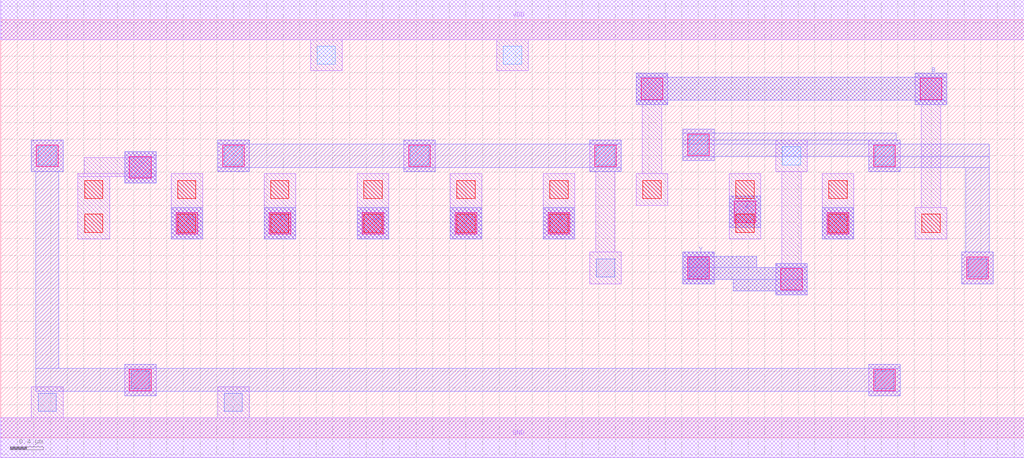
<source format=lef>
MACRO AOOAAOI2124
 CLASS CORE ;
 FOREIGN AOOAAOI2124 0 0 ;
 SIZE 12.32 BY 5.04 ;
 ORIGIN 0 0 ;
 SYMMETRY X Y R90 ;
 SITE unit ;
  PIN VDD
   DIRECTION INOUT ;
   USE POWER ;
   SHAPE ABUTMENT ;
    PORT
     CLASS CORE ;
       LAYER met1 ;
        RECT 0.00000000 4.80000000 12.32000000 5.28000000 ;
    END
  END VDD

  PIN GND
   DIRECTION INOUT ;
   USE POWER ;
   SHAPE ABUTMENT ;
    PORT
     CLASS CORE ;
       LAYER met1 ;
        RECT 0.00000000 -0.24000000 12.32000000 0.24000000 ;
    END
  END GND

  PIN Y
   DIRECTION INOUT ;
   USE SIGNAL ;
   SHAPE ABUTMENT ;
    PORT
     CLASS CORE ;
       LAYER met2 ;
        RECT 9.33000000 1.72200000 9.71000000 1.77200000 ;
        RECT 8.21000000 1.85700000 8.59000000 1.90700000 ;
        RECT 8.82000000 1.77200000 9.71000000 1.90700000 ;
        RECT 8.21000000 1.90700000 9.71000000 2.05200000 ;
        RECT 9.33000000 2.05200000 9.71000000 2.10200000 ;
        RECT 8.21000000 2.05200000 9.10000000 2.18700000 ;
        RECT 8.21000000 2.18700000 8.59000000 2.23700000 ;
    END
  END Y

  PIN A1
   DIRECTION INOUT ;
   USE SIGNAL ;
   SHAPE ABUTMENT ;
    PORT
     CLASS CORE ;
       LAYER met2 ;
        RECT 9.89000000 2.39700000 10.27000000 2.77700000 ;
    END
  END A1

  PIN D3
   DIRECTION INOUT ;
   USE SIGNAL ;
   SHAPE ABUTMENT ;
    PORT
     CLASS CORE ;
       LAYER met2 ;
        RECT 3.17000000 2.39700000 3.55000000 2.77700000 ;
    END
  END D3

  PIN A
   DIRECTION INOUT ;
   USE SIGNAL ;
   SHAPE ABUTMENT ;
    PORT
     CLASS CORE ;
       LAYER met2 ;
        RECT 8.77000000 2.53200000 9.15000000 2.91200000 ;
    END
  END A

  PIN D1
   DIRECTION INOUT ;
   USE SIGNAL ;
   SHAPE ABUTMENT ;
    PORT
     CLASS CORE ;
       LAYER met2 ;
        RECT 5.41000000 2.39700000 5.79000000 2.77700000 ;
    END
  END D1

  PIN D2
   DIRECTION INOUT ;
   USE SIGNAL ;
   SHAPE ABUTMENT ;
    PORT
     CLASS CORE ;
       LAYER met2 ;
        RECT 4.29000000 2.39700000 4.67000000 2.77700000 ;
    END
  END D2

  PIN C
   DIRECTION INOUT ;
   USE SIGNAL ;
   SHAPE ABUTMENT ;
    PORT
     CLASS CORE ;
       LAYER met2 ;
        RECT 1.49000000 3.07200000 1.87000000 3.45200000 ;
    END
  END C

  PIN C1
   DIRECTION INOUT ;
   USE SIGNAL ;
   SHAPE ABUTMENT ;
    PORT
     CLASS CORE ;
       LAYER met2 ;
        RECT 2.05000000 2.39700000 2.43000000 2.77700000 ;
    END
  END C1

  PIN D
   DIRECTION INOUT ;
   USE SIGNAL ;
   SHAPE ABUTMENT ;
    PORT
     CLASS CORE ;
       LAYER met2 ;
        RECT 6.53000000 2.39700000 6.91000000 2.77700000 ;
    END
  END D

  PIN B
   DIRECTION INOUT ;
   USE SIGNAL ;
   SHAPE ABUTMENT ;
    PORT
     CLASS CORE ;
       LAYER met2 ;
        RECT 7.65000000 4.01700000 8.03000000 4.06700000 ;
        RECT 11.01000000 4.01700000 11.39000000 4.06700000 ;
        RECT 7.65000000 4.06700000 11.39000000 4.34700000 ;
        RECT 7.65000000 4.34700000 8.03000000 4.39700000 ;
        RECT 11.01000000 4.34700000 11.39000000 4.39700000 ;
    END
  END B

 OBS
    LAYER polycont ;
     RECT 1.01000000 2.47700000 1.23000000 2.69700000 ;
     RECT 2.13000000 2.47700000 2.35000000 2.69700000 ;
     RECT 3.25000000 2.47700000 3.47000000 2.69700000 ;
     RECT 4.37000000 2.47700000 4.59000000 2.69700000 ;
     RECT 5.49000000 2.47700000 5.71000000 2.69700000 ;
     RECT 6.61000000 2.47700000 6.83000000 2.69700000 ;
     RECT 8.85000000 2.47700000 9.07000000 2.69700000 ;
     RECT 9.97000000 2.47700000 10.19000000 2.69700000 ;
     RECT 11.09000000 2.47700000 11.31000000 2.69700000 ;
     RECT 1.01000000 2.88200000 1.23000000 3.10200000 ;
     RECT 2.13000000 2.88200000 2.35000000 3.10200000 ;
     RECT 3.25000000 2.88200000 3.47000000 3.10200000 ;
     RECT 4.37000000 2.88200000 4.59000000 3.10200000 ;
     RECT 5.49000000 2.88200000 5.71000000 3.10200000 ;
     RECT 6.61000000 2.88200000 6.83000000 3.10200000 ;
     RECT 7.73000000 2.88200000 7.95000000 3.10200000 ;
     RECT 8.85000000 2.88200000 9.07000000 3.10200000 ;
     RECT 9.97000000 2.88200000 10.19000000 3.10200000 ;

    LAYER pdiffc ;
     RECT 0.45000000 3.28700000 0.67000000 3.50700000 ;
     RECT 2.69000000 3.28700000 2.91000000 3.50700000 ;
     RECT 4.93000000 3.28700000 5.15000000 3.50700000 ;
     RECT 7.17000000 3.28700000 7.39000000 3.50700000 ;
     RECT 9.41000000 3.28700000 9.63000000 3.50700000 ;
     RECT 10.53000000 3.28700000 10.75000000 3.50700000 ;
     RECT 8.29000000 3.42200000 8.51000000 3.64200000 ;
     RECT 3.81000000 4.50200000 4.03000000 4.72200000 ;
     RECT 6.05000000 4.50200000 6.27000000 4.72200000 ;

    LAYER ndiffc ;
     RECT 0.45000000 0.31700000 0.67000000 0.53700000 ;
     RECT 2.69000000 0.31700000 2.91000000 0.53700000 ;
     RECT 1.57000000 0.58700000 1.79000000 0.80700000 ;
     RECT 10.53000000 0.58700000 10.75000000 0.80700000 ;
     RECT 7.17000000 1.93700000 7.39000000 2.15700000 ;
     RECT 8.29000000 1.93700000 8.51000000 2.15700000 ;
     RECT 11.65000000 1.93700000 11.87000000 2.15700000 ;

    LAYER met1 ;
     RECT 0.00000000 -0.24000000 12.32000000 0.24000000 ;
     RECT 0.37000000 0.24000000 0.75000000 0.61700000 ;
     RECT 2.61000000 0.24000000 2.99000000 0.61700000 ;
     RECT 1.49000000 0.50700000 1.87000000 0.88700000 ;
     RECT 10.45000000 0.50700000 10.83000000 0.88700000 ;
     RECT 8.21000000 1.85700000 8.59000000 2.23700000 ;
     RECT 11.57000000 1.85700000 11.95000000 2.23700000 ;
     RECT 2.05000000 2.39700000 2.43000000 3.18200000 ;
     RECT 3.17000000 2.39700000 3.55000000 3.18200000 ;
     RECT 4.29000000 2.39700000 4.67000000 3.18200000 ;
     RECT 5.41000000 2.39700000 5.79000000 3.18200000 ;
     RECT 6.53000000 2.39700000 6.91000000 3.18200000 ;
     RECT 8.77000000 2.39700000 9.15000000 3.18200000 ;
     RECT 9.89000000 2.39700000 10.27000000 3.18200000 ;
     RECT 0.93000000 2.39700000 1.31000000 3.14700000 ;
     RECT 1.49000000 3.07200000 1.87000000 3.14700000 ;
     RECT 0.93000000 3.14700000 1.87000000 3.18200000 ;
     RECT 1.00500000 3.18200000 1.87000000 3.37700000 ;
     RECT 1.49000000 3.37700000 1.87000000 3.45200000 ;
     RECT 0.37000000 3.20700000 0.75000000 3.58700000 ;
     RECT 2.61000000 3.20700000 2.99000000 3.58700000 ;
     RECT 4.85000000 3.20700000 5.23000000 3.58700000 ;
     RECT 7.09000000 1.85700000 7.47000000 2.23700000 ;
     RECT 7.16500000 2.23700000 7.39500000 3.20700000 ;
     RECT 7.09000000 3.20700000 7.47000000 3.58700000 ;
     RECT 9.33000000 1.72200000 9.71000000 2.10200000 ;
     RECT 9.40500000 2.10200000 9.63500000 3.20700000 ;
     RECT 9.33000000 3.20700000 9.71000000 3.58700000 ;
     RECT 10.45000000 3.20700000 10.83000000 3.58700000 ;
     RECT 8.21000000 3.34200000 8.59000000 3.72200000 ;
     RECT 7.65000000 2.80200000 8.03000000 3.18200000 ;
     RECT 7.72500000 3.18200000 7.95500000 4.01700000 ;
     RECT 7.65000000 4.01700000 8.03000000 4.39700000 ;
     RECT 11.01000000 2.39700000 11.39000000 2.77700000 ;
     RECT 11.08500000 2.77700000 11.31500000 4.01700000 ;
     RECT 11.01000000 4.01700000 11.39000000 4.39700000 ;
     RECT 3.73000000 4.42200000 4.11000000 4.80000000 ;
     RECT 5.97000000 4.42200000 6.35000000 4.80000000 ;
     RECT 0.00000000 4.80000000 12.32000000 5.28000000 ;

    LAYER via1 ;
     RECT 1.55000000 0.56700000 1.81000000 0.82700000 ;
     RECT 10.51000000 0.56700000 10.77000000 0.82700000 ;
     RECT 9.39000000 1.78200000 9.65000000 2.04200000 ;
     RECT 8.27000000 1.91700000 8.53000000 2.17700000 ;
     RECT 11.63000000 1.91700000 11.89000000 2.17700000 ;
     RECT 2.11000000 2.45700000 2.37000000 2.71700000 ;
     RECT 3.23000000 2.45700000 3.49000000 2.71700000 ;
     RECT 4.35000000 2.45700000 4.61000000 2.71700000 ;
     RECT 5.47000000 2.45700000 5.73000000 2.71700000 ;
     RECT 6.59000000 2.45700000 6.85000000 2.71700000 ;
     RECT 9.95000000 2.45700000 10.21000000 2.71700000 ;
     RECT 8.83000000 2.59200000 9.09000000 2.85200000 ;
     RECT 1.55000000 3.13200000 1.81000000 3.39200000 ;
     RECT 0.43000000 3.26700000 0.69000000 3.52700000 ;
     RECT 2.67000000 3.26700000 2.93000000 3.52700000 ;
     RECT 4.91000000 3.26700000 5.17000000 3.52700000 ;
     RECT 7.15000000 3.26700000 7.41000000 3.52700000 ;
     RECT 10.51000000 3.26700000 10.77000000 3.52700000 ;
     RECT 8.27000000 3.40200000 8.53000000 3.66200000 ;
     RECT 7.71000000 4.07700000 7.97000000 4.33700000 ;
     RECT 11.07000000 4.07700000 11.33000000 4.33700000 ;

    LAYER met2 ;
     RECT 9.33000000 1.72200000 9.71000000 1.77200000 ;
     RECT 8.21000000 1.85700000 8.59000000 1.90700000 ;
     RECT 8.82000000 1.77200000 9.71000000 1.90700000 ;
     RECT 8.21000000 1.90700000 9.71000000 2.05200000 ;
     RECT 9.33000000 2.05200000 9.71000000 2.10200000 ;
     RECT 8.21000000 2.05200000 9.10000000 2.18700000 ;
     RECT 8.21000000 2.18700000 8.59000000 2.23700000 ;
     RECT 2.05000000 2.39700000 2.43000000 2.77700000 ;
     RECT 3.17000000 2.39700000 3.55000000 2.77700000 ;
     RECT 4.29000000 2.39700000 4.67000000 2.77700000 ;
     RECT 5.41000000 2.39700000 5.79000000 2.77700000 ;
     RECT 6.53000000 2.39700000 6.91000000 2.77700000 ;
     RECT 9.89000000 2.39700000 10.27000000 2.77700000 ;
     RECT 8.77000000 2.53200000 9.15000000 2.91200000 ;
     RECT 1.49000000 3.07200000 1.87000000 3.45200000 ;
     RECT 1.49000000 0.50700000 1.87000000 0.55700000 ;
     RECT 10.45000000 0.50700000 10.83000000 0.55700000 ;
     RECT 0.42000000 0.55700000 10.83000000 0.83700000 ;
     RECT 1.49000000 0.83700000 1.87000000 0.88700000 ;
     RECT 10.45000000 0.83700000 10.83000000 0.88700000 ;
     RECT 0.42000000 0.83700000 0.70000000 3.20700000 ;
     RECT 0.37000000 3.20700000 0.75000000 3.58700000 ;
     RECT 2.61000000 3.20700000 2.99000000 3.25700000 ;
     RECT 4.85000000 3.20700000 5.23000000 3.25700000 ;
     RECT 7.09000000 3.20700000 7.47000000 3.25700000 ;
     RECT 2.61000000 3.25700000 7.47000000 3.53700000 ;
     RECT 2.61000000 3.53700000 2.99000000 3.58700000 ;
     RECT 4.85000000 3.53700000 5.23000000 3.58700000 ;
     RECT 7.09000000 3.53700000 7.47000000 3.58700000 ;
     RECT 11.57000000 1.85700000 11.95000000 2.23700000 ;
     RECT 10.45000000 3.20700000 10.83000000 3.25700000 ;
     RECT 11.62000000 2.23700000 11.90000000 3.25700000 ;
     RECT 8.21000000 3.34200000 8.59000000 3.39200000 ;
     RECT 10.45000000 3.25700000 11.90000000 3.39200000 ;
     RECT 8.21000000 3.39200000 11.90000000 3.53700000 ;
     RECT 8.21000000 3.53700000 10.83000000 3.58700000 ;
     RECT 8.21000000 3.58700000 10.78000000 3.67200000 ;
     RECT 8.21000000 3.67200000 8.59000000 3.72200000 ;
     RECT 7.65000000 4.01700000 8.03000000 4.06700000 ;
     RECT 11.01000000 4.01700000 11.39000000 4.06700000 ;
     RECT 7.65000000 4.06700000 11.39000000 4.34700000 ;
     RECT 7.65000000 4.34700000 8.03000000 4.39700000 ;
     RECT 11.01000000 4.34700000 11.39000000 4.39700000 ;

 END
END AOOAAOI2124

</source>
